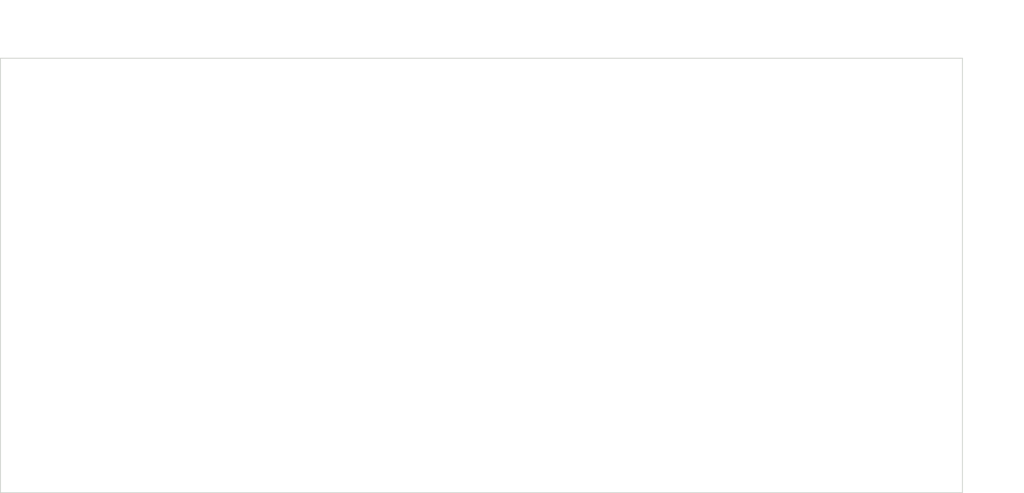
<source format=kicad_pcb>
(kicad_pcb (version 20171130) (host pcbnew "(5.1.0)-1")

  (general
    (thickness 1.6)
    (drawings 16)
    (tracks 0)
    (zones 0)
    (modules 0)
    (nets 1)
  )

  (page A4)
  (layers
    (0 F.Cu signal)
    (31 B.Cu signal)
    (32 B.Adhes user)
    (33 F.Adhes user)
    (34 B.Paste user)
    (35 F.Paste user)
    (36 B.SilkS user)
    (37 F.SilkS user)
    (38 B.Mask user)
    (39 F.Mask user)
    (40 Dwgs.User user)
    (41 Cmts.User user)
    (42 Eco1.User user)
    (43 Eco2.User user)
    (44 Edge.Cuts user)
    (45 Margin user)
    (46 B.CrtYd user)
    (47 F.CrtYd user)
    (48 B.Fab user)
    (49 F.Fab user)
  )

  (setup
    (last_trace_width 0.25)
    (trace_clearance 0.2)
    (zone_clearance 0.508)
    (zone_45_only no)
    (trace_min 0.2)
    (via_size 0.8)
    (via_drill 0.4)
    (via_min_size 0.4)
    (via_min_drill 0.3)
    (uvia_size 0.3)
    (uvia_drill 0.1)
    (uvias_allowed no)
    (uvia_min_size 0.2)
    (uvia_min_drill 0.1)
    (edge_width 0.05)
    (segment_width 0.2)
    (pcb_text_width 0.3)
    (pcb_text_size 1.5 1.5)
    (mod_edge_width 0.12)
    (mod_text_size 1 1)
    (mod_text_width 0.15)
    (pad_size 1.524 1.524)
    (pad_drill 0.762)
    (pad_to_mask_clearance 0.051)
    (solder_mask_min_width 0.25)
    (aux_axis_origin 0 0)
    (visible_elements FFFFFF7F)
    (pcbplotparams
      (layerselection 0x010fc_ffffffff)
      (usegerberextensions false)
      (usegerberattributes false)
      (usegerberadvancedattributes false)
      (creategerberjobfile false)
      (excludeedgelayer true)
      (linewidth 0.152400)
      (plotframeref false)
      (viasonmask false)
      (mode 1)
      (useauxorigin false)
      (hpglpennumber 1)
      (hpglpenspeed 20)
      (hpglpendiameter 15.000000)
      (psnegative false)
      (psa4output false)
      (plotreference true)
      (plotvalue true)
      (plotinvisibletext false)
      (padsonsilk false)
      (subtractmaskfromsilk false)
      (outputformat 1)
      (mirror false)
      (drillshape 1)
      (scaleselection 1)
      (outputdirectory ""))
  )

  (net 0 "")

  (net_class Default "This is the default net class."
    (clearance 0.2)
    (trace_width 0.25)
    (via_dia 0.8)
    (via_drill 0.4)
    (uvia_dia 0.3)
    (uvia_drill 0.1)
  )

  (gr_line (start 37.837617 149.276961) (end 256.837617 149.276961) (layer Edge.Cuts) (width 0.2))
  (gr_line (start 256.837617 149.276961) (end 256.837617 50.276961) (layer Edge.Cuts) (width 0.2))
  (gr_line (start 256.837617 50.276961) (end 37.837617 50.276961) (layer Edge.Cuts) (width 0.2))
  (gr_line (start 37.837617 50.276961) (end 37.837617 149.276961) (layer Edge.Cuts) (width 0.2))
  (gr_text [3.90] (at 266.837617 121.416422) (layer Dwgs.User)
    (effects (font (size 1.7 1.53) (thickness 0.2125)))
  )
  (gr_text " 99.00" (at 266.837617 117.858987) (layer Dwgs.User)
    (effects (font (size 1.7 1.53) (thickness 0.2125)))
  )
  (gr_line (start 266.837617 52.276961) (end 266.837617 115.969525) (layer Dwgs.User) (width 0.2))
  (gr_line (start 266.837617 147.276961) (end 266.837617 123.084396) (layer Dwgs.User) (width 0.2))
  (gr_line (start 257.837617 50.276961) (end 270.012617 50.276961) (layer Dwgs.User) (width 0.2))
  (gr_line (start 257.837617 149.276961) (end 270.012617 149.276961) (layer Dwgs.User) (width 0.2))
  (gr_text [8.62] (at 217.337617 42.166422) (layer Dwgs.User)
    (effects (font (size 1.7 1.53) (thickness 0.2125)))
  )
  (gr_text " 219.00" (at 217.337617 38.608987) (layer Dwgs.User)
    (effects (font (size 1.7 1.53) (thickness 0.2125)))
  )
  (gr_line (start 39.837617 40.276961) (end 212.632604 40.276961) (layer Dwgs.User) (width 0.2))
  (gr_line (start 254.837617 40.276961) (end 222.042631 40.276961) (layer Dwgs.User) (width 0.2))
  (gr_line (start 37.837617 49.276961) (end 37.837617 37.101961) (layer Dwgs.User) (width 0.2))
  (gr_line (start 256.837617 49.276961) (end 256.837617 37.101961) (layer Dwgs.User) (width 0.2))

)

</source>
